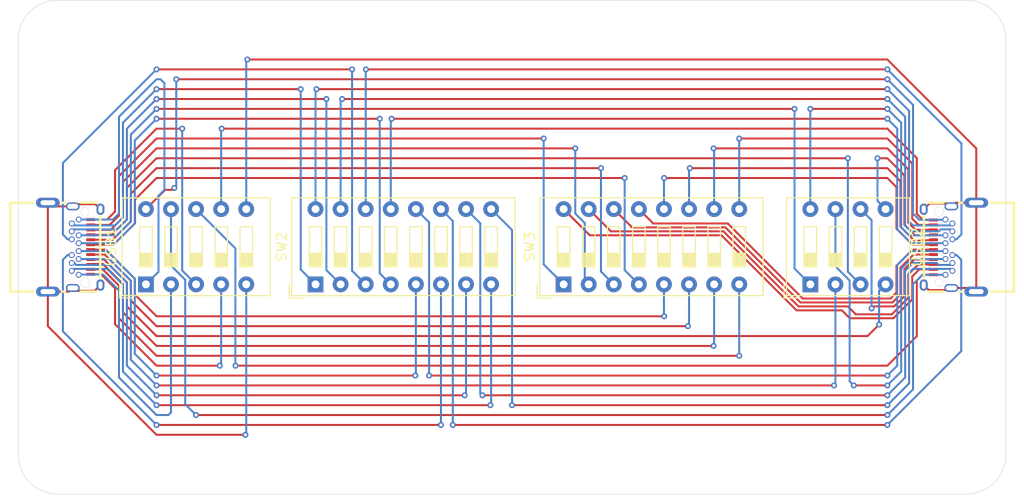
<source format=kicad_pcb>
(kicad_pcb (version 20240108) (generator "pcbnew") (generator_version "8.0")
  (layers (0 "F.Cu" signal) (31 "B.Cu" signal) (34 "B.Paste" user) (35 "F.Paste" user) (36 "B.SilkS" user "B.Silkscreen") (37 "F.SilkS" user "F.Silkscreen") (38 "B.Mask" user) (39 "F.Mask" user) (44 "Edge.Cuts" user))
  (net 0 "")
  (net 1 "Net-(SW1-Pad1)")
  (net 2 "Net-(SW1-Pad7)")
  (net 3 "Net-(SW1-Pad3)")
  (net 4 "Net-(SW1-Pad4)")
  (net 5 "Net-(SW1-Pad8)")
  (net 6 "Net-(SW1-Pad6)")
  (net 7 "Net-(SW1-Pad5)")
  (net 8 "Net-(SW1-Pad2)")
  (net 9 "Net-(USB2-SSTXn2)")
  (net 10 "Net-(USB1-DN2)")
  (net 11 "Net-(USB1-SSTXn2)")
  (net 12 "Net-(USB1-CC2)")
  (net 13 "Net-(USB1-SSTXp2)")
  (net 14 "Net-(USB2-DP2)")
  (net 15 "Net-(USB2-SSRXn1)")
  (net 16 "Net-(USB1-SUB2)")
  (net 17 "Net-(USB2-SUB2)")
  (net 18 "Net-(USB1-SSRXn1)")
  (net 19 "Net-(USB2-SSRXp1)")
  (net 20 "Net-(USB2-SSTXp2)")
  (net 21 "Net-(USB1-DP2)")
  (net 22 "Net-(USB2-DN2)")
  (net 23 "Net-(USB1-SSRXp1)")
  (net 24 "Net-(USB2-CC2)")
  (net 25 "Net-(USB1-SSTXP1)")
  (net 26 "Net-(USB2-SSRXn2)")
  (net 27 "Net-(USB2-SUB1)")
  (net 28 "Net-(USB2-DP1)")
  (net 29 "Net-(USB1-DP1)")
  (net 30 "Net-(USB1-DN1)")
  (net 31 "Net-(USB1-SSRXn2)")
  (net 32 "Net-(USB1-SUB1)")
  (net 33 "Net-(USB2-DN1)")
  (net 34 "Net-(USB1-CC1)")
  (net 35 "Net-(USB2-SSRXp2)")
  (net 36 "Net-(USB1-SSRXp2)")
  (net 37 "Net-(USB2-CC1)")
  (net 38 "Net-(USB2-SSTXn1)")
  (net 39 "Net-(USB2-SSTXP1)")
  (net 40 "Net-(USB1-SSTXn1)")
  (net 41 "Net-(SW4-Pad2)")
  (net 42 "Net-(SW4-Pad10)")
  (net 43 "Net-(SW4-Pad7)")
  (net 44 "Net-(SW4-Pad6)")
  (net 45 "Net-(SW4-Pad8)")
  (net 46 "Net-(SW4-Pad4)")
  (net 47 "Net-(SW4-Pad5)")
  (net 48 "Net-(SW4-Pad3)")
  (net 49 "Net-(SW4-Pad1)")
  (net 50 "Net-(SW4-Pad9)")
  (footprint "MountingHole:MountingHole_3.2mm_M3" (layer "F.Cu") (at 104 146)
    (property "Reference" "H4" (hide yes))
    (property "Value" "MountingHole")
  )
  (footprint "MountingHole:MountingHole_3.2mm_M3" (layer "F.Cu") (at 104 104)
    (property "Reference" "H1" (hide yes))
    (property "Value" "MountingHole")
  )
  (footprint "Button_Switch_THT:SW_DIP_SPSTx05_Slide_9.78x14.88mm_W7.62mm_P2.54mm" (layer "F.Cu") (at 112.925 128.7675 90)
    (property "Reference" "SW4" (hide yes))
    (property "Value" "SW_DIP_x05")
  )
  (footprint "easyeda2kicad:USB-C-SMD_UT11113-11602-7H" (layer "F.Cu") (at 105.66 125 -90)
    (property "Reference" "USB1")
    (property "Value" "UT11113-11602-7H")
  )
  (footprint "MountingHole:MountingHole_3.2mm_M3" (layer "F.Cu") (at 196 146)
    (property "Reference" "H3" (hide yes))
    (property "Value" "MountingHole")
  )
  (footprint "Button_Switch_THT:SW_DIP_SPSTx08_Slide_9.78x22.5mm_W7.62mm_P2.54mm" (layer "F.Cu") (at 130.1 128.7675 90)
    (property "Reference" "SW2")
    (property "Value" "SW_DIP_x08" (hide yes))
  )
  (footprint "Button_Switch_THT:SW_DIP_SPSTx04_Slide_9.78x12.34mm_W7.62mm_P2.54mm" (layer "F.Cu") (at 180.2 128.7675 90)
    (property "Reference" "SW1" (hide yes))
    (property "Value" "SW_DIP_x04" (hide yes))
  )
  (footprint "MountingHole:MountingHole_3.2mm_M3" (layer "F.Cu") (at 196 104)
    (property "Reference" "H2" (hide yes))
    (property "Value" "MountingHole")
  )
  (footprint "easyeda2kicad:USB-C-SMD_UT11113-11602-7H" (layer "F.Cu") (at 194.34 125 90)
    (property "Reference" "USB2")
    (property "Value" "UT11113-11602-7H")
  )
  (footprint "Button_Switch_THT:SW_DIP_SPSTx08_Slide_9.78x22.5mm_W7.62mm_P2.54mm" (layer "F.Cu") (at 155.22 128.7675 90)
    (property "Reference" "SW3")
    (property "Value" "SW_DIP_x08" (hide yes))
  )
  (gr_line (start 100 104) (end 100 146) (stroke (width 0.05)) (layer "Edge.Cuts"))
  (gr_arc (start 200 146) (mid 198.828427 148.828427) (end 196 150) (stroke (width 0.05)) (layer "Edge.Cuts"))
  (gr_arc (start 100 104) (mid 101.171573 101.171573) (end 104 100) (stroke (width 0.05)) (layer "Edge.Cuts"))
  (gr_line (start 196 100) (end 104 100) (stroke (width 0.05)) (layer "Edge.Cuts"))
  (gr_line (start 104 150) (end 196 150) (stroke (width 0.05)) (layer "Edge.Cuts"))
  (gr_arc (start 196 100) (mid 198.828427 101.171573) (end 200 104) (stroke (width 0.05)) (layer "Edge.Cuts"))
  (gr_arc (start 104 150) (mid 101.171573 148.828427) (end 100 146) (stroke (width 0.05)) (layer "Edge.Cuts"))
  (gr_line (start 200 146) (end 200 104) (stroke (width 0.05)) (layer "Edge.Cuts"))
  (segment (start 114 111) (end 178.6 111) (width 0.2) (layer "F.Cu") (net 1))
  (via (at 178.6 111) (size 0.6) (drill 0.3) (layers "F.Cu" "B.Cu") (net 1))
  (via (at 114 111) (size 0.6) (drill 0.3) (layers "F.Cu" "B.Cu") (net 1))
  (segment (start 111.4 113.6) (end 114 111) (width 0.2) (layer "B.Cu") (net 1))
  (segment (start 111.4 122.4) (end 111.4 113.6) (width 0.2) (layer "B.Cu") (net 1))
  (segment (start 178.6 111) (end 178.6 127.1675) (width 0.2) (layer "B.Cu") (net 1))
  (segment (start 106.12 123.8) (end 110 123.8) (width 0.2) (layer "B.Cu") (net 1))
  (segment (start 178.6 127.1675) (end 180.2 128.7675) (width 0.2) (layer "B.Cu") (net 1))
  (segment (start 110 123.8) (end 111.4 122.4) (width 0.2) (layer "B.Cu") (net 1))
  (segment (start 188 139) (end 184.6 139) (width 0.2) (layer "F.Cu") (net 2))
  (via (at 188 139) (size 0.6) (drill 0.3) (layers "F.Cu" "B.Cu") (net 2))
  (via (at 184.6 139) (size 0.6) (drill 0.3) (layers "F.Cu" "B.Cu") (net 2))
  (segment (start 193.88 126.2) (end 190.4 126.2) (width 0.2) (layer "B.Cu") (net 2))
  (segment (start 184.18 138.58) (end 184.18 128.38) (width 0.2) (layer "B.Cu") (net 2))
  (segment (start 182.74 126.94) (end 182.74 121.1475) (width 0.2) (layer "B.Cu") (net 2))
  (segment (start 190.4 126.2) (end 189.4 127.2) (width 0.2) (layer "B.Cu") (net 2))
  (segment (start 189.4 127.2) (end 189.4 137.6) (width 0.2) (layer "B.Cu") (net 2))
  (segment (start 184.18 128.38) (end 182.74 126.94) (width 0.2) (layer "B.Cu") (net 2))
  (segment (start 189.4 137.6) (end 188 139) (width 0.2) (layer "B.Cu") (net 2))
  (segment (start 184.6 139) (end 184.18 138.58) (width 0.2) (layer "B.Cu") (net 2))
  (segment (start 111 122.2) (end 111 119) (width 0.2) (layer "F.Cu") (net 3))
  (segment (start 111 119) (end 114 116) (width 0.2) (layer "F.Cu") (net 3))
  (segment (start 114 116) (end 184 116) (width 0.2) (layer "F.Cu") (net 3))
  (segment (start 107.33 123.75) (end 109.45 123.75) (width 0.2) (layer "F.Cu") (net 3))
  (segment (start 109.45 123.75) (end 111 122.2) (width 0.2) (layer "F.Cu") (net 3))
  (via (at 184 116) (size 0.6) (drill 0.3) (layers "F.Cu" "B.Cu") (net 3))
  (segment (start 184 116) (end 184 127.4875) (width 0.2) (layer "B.Cu") (net 3))
  (segment (start 184 127.4875) (end 185.28 128.7675) (width 0.2) (layer "B.Cu") (net 3))
  (segment (start 111 131) (end 114 134) (width 0.2) (layer "F.Cu") (net 4))
  (segment (start 108.684314 126.25) (end 111 128.565686) (width 0.2) (layer "F.Cu") (net 4))
  (segment (start 107.33 126.25) (end 108.684314 126.25) (width 0.2) (layer "F.Cu") (net 4))
  (segment (start 114 134) (end 186 134) (width 0.2) (layer "F.Cu") (net 4))
  (segment (start 186 134) (end 187.163603 132.836397) (width 0.2) (layer "F.Cu") (net 4))
  (segment (start 111 128.565686) (end 111 131) (width 0.2) (layer "F.Cu") (net 4))
  (via (at 187.163603 132.836397) (size 0.6) (drill 0.3) (layers "F.Cu" "B.Cu") (net 4))
  (segment (start 187.163603 129.423897) (end 187.82 128.7675) (width 0.2) (layer "B.Cu") (net 4))
  (segment (start 187.163603 132.836397) (end 187.163603 129.423897) (width 0.2) (layer "B.Cu") (net 4))
  (segment (start 188 111) (end 180.2 111) (width 0.2) (layer "F.Cu") (net 5))
  (via (at 180.2 111) (size 0.6) (drill 0.3) (layers "F.Cu" "B.Cu") (net 5))
  (via (at 188 111) (size 0.6) (drill 0.3) (layers "F.Cu" "B.Cu") (net 5))
  (segment (start 190.2 123.8) (end 189.4 123) (width 0.2) (layer "B.Cu") (net 5))
  (segment (start 189.4 123) (end 189.4 112.4) (width 0.2) (layer "B.Cu") (net 5))
  (segment (start 193.88 123.8) (end 190.2 123.8) (width 0.2) (layer "B.Cu") (net 5))
  (segment (start 189.4 112.4) (end 188 111) (width 0.2) (layer "B.Cu") (net 5))
  (segment (start 180.2 111) (end 180.2 121.1475) (width 0.2) (layer "B.Cu") (net 5))
  (segment (start 192.67 126.25) (end 190.715686 126.25) (width 0.2) (layer "F.Cu") (net 6))
  (segment (start 188.685686 131) (end 186.6 131) (width 0.2) (layer "F.Cu") (net 6))
  (segment (start 189.72 129.6) (end 189.72 129.965686) (width 0.2) (layer "F.Cu") (net 6))
  (segment (start 186.6 131) (end 186.4 131.2) (width 0.2) (layer "F.Cu") (net 6))
  (segment (start 189.72 127.245686) (end 189.72 129.6) (width 0.2) (layer "F.Cu") (net 6))
  (segment (start 190.715686 126.25) (end 189.72 127.245686) (width 0.2) (layer "F.Cu") (net 6))
  (segment (start 189.72 129.965686) (end 188.685686 131) (width 0.2) (layer "F.Cu") (net 6))
  (via (at 186.4 131.2) (size 0.6) (drill 0.3) (layers "F.Cu" "B.Cu") (net 6))
  (segment (start 186.4 131.2) (end 186.4 122.2675) (width 0.2) (layer "B.Cu") (net 6))
  (segment (start 186.4 122.2675) (end 185.28 121.1475) (width 0.2) (layer "B.Cu") (net 6))
  (segment (start 189.72 117.72) (end 188 116) (width 0.2) (layer "F.Cu") (net 7))
  (segment (start 192.62 123.8) (end 190.8 123.8) (width 0.2) (layer "F.Cu") (net 7))
  (segment (start 189.72 122.72) (end 189.72 117.72) (width 0.2) (layer "F.Cu") (net 7))
  (segment (start 188 116) (end 187 116) (width 0.2) (layer "F.Cu") (net 7))
  (segment (start 192.67 123.75) (end 192.62 123.8) (width 0.2) (layer "F.Cu") (net 7))
  (segment (start 190.8 123.8) (end 189.72 122.72) (width 0.2) (layer "F.Cu") (net 7))
  (via (at 187 116) (size 0.6) (drill 0.3) (layers "F.Cu" "B.Cu") (net 7))
  (segment (start 187 120.3275) (end 187.82 121.1475) (width 0.2) (layer "B.Cu") (net 7))
  (segment (start 187 116) (end 187 120.3275) (width 0.2) (layer "B.Cu") (net 7))
  (segment (start 114 139) (end 182.6 139) (width 0.2) (layer "F.Cu") (net 8))
  (via (at 182.6 139) (size 0.6) (drill 0.3) (layers "F.Cu" "B.Cu") (net 8))
  (via (at 114 139) (size 0.6) (drill 0.3) (layers "F.Cu" "B.Cu") (net 8))
  (segment (start 109.2 126.2) (end 111.4 128.4) (width 0.2) (layer "B.Cu") (net 8))
  (segment (start 111.4 128.4) (end 111.4 136.4) (width 0.2) (layer "B.Cu") (net 8))
  (segment (start 106.12 126.2) (end 109.2 126.2) (width 0.2) (layer "B.Cu") (net 8))
  (segment (start 111.4 136.4) (end 114 139) (width 0.2) (layer "B.Cu") (net 8))
  (segment (start 182.6 139) (end 182.74 138.86) (width 0.2) (layer "B.Cu") (net 8))
  (segment (start 182.74 138.86) (end 182.74 128.7675) (width 0.2) (layer "B.Cu") (net 8))
  (segment (start 188 110) (end 132.8 110) (width 0.2) (layer "F.Cu") (net 9))
  (via (at 132.8 110) (size 0.6) (drill 0.3) (layers "F.Cu" "B.Cu") (net 9))
  (via (at 188 110) (size 0.6) (drill 0.3) (layers "F.Cu" "B.Cu") (net 9))
  (segment (start 189.8 111.8) (end 188 110) (width 0.2) (layer "B.Cu") (net 9))
  (segment (start 132.8 110) (end 132.64 110.16) (width 0.2) (layer "B.Cu") (net 9))
  (segment (start 193.4 123.2) (end 193.2 123.4) (width 0.2) (layer "B.Cu") (net 9))
  (segment (start 194.58 123.4) (end 194.38 123.2) (width 0.2) (layer "B.Cu") (net 9))
  (segment (start 194.38 123.2) (end 193.4 123.2) (width 0.2) (layer "B.Cu") (net 9))
  (segment (start 132.64 110.16) (end 132.64 121.1475) (width 0.2) (layer "B.Cu") (net 9))
  (segment (start 189.8 122.8) (end 189.8 122.2) (width 0.2) (layer "B.Cu") (net 9))
  (segment (start 190.4 123.4) (end 189.8 122.8) (width 0.2) (layer "B.Cu") (net 9))
  (segment (start 193.2 123.4) (end 190.4 123.4) (width 0.2) (layer "B.Cu") (net 9))
  (segment (start 189.8 122.2) (end 189.8 111.8) (width 0.2) (layer "B.Cu") (net 9))
  (segment (start 114 112) (end 136.6 112) (width 0.2) (layer "F.Cu") (net 10))
  (via (at 114 112) (size 0.6) (drill 0.3) (layers "F.Cu" "B.Cu") (net 10))
  (via (at 136.6 112) (size 0.6) (drill 0.3) (layers "F.Cu" "B.Cu") (net 10))
  (segment (start 111.8 122.6) (end 111.8 114.2) (width 0.2) (layer "B.Cu") (net 10))
  (segment (start 109.8 124.6) (end 111.8 122.6) (width 0.2) (layer "B.Cu") (net 10))
  (segment (start 111.8 114.2) (end 114 112) (width 0.2) (layer "B.Cu") (net 10))
  (segment (start 106.12 124.6) (end 109.8 124.6) (width 0.2) (layer "B.Cu") (net 10))
  (segment (start 136.6 127.6475) (end 137.72 128.7675) (width 0.2) (layer "B.Cu") (net 10))
  (segment (start 136.6 112) (end 136.6 127.6475) (width 0.2) (layer "B.Cu") (net 10))
  (segment (start 114 140) (end 145.2 140) (width 0.2) (layer "F.Cu") (net 11))
  (via (at 114 140) (size 0.6) (drill 0.3) (layers "F.Cu" "B.Cu") (net 11))
  (via (at 145.2 140) (size 0.6) (drill 0.3) (layers "F.Cu" "B.Cu") (net 11))
  (segment (start 111 128.6) (end 111 135.8) (width 0.2) (layer "B.Cu") (net 11))
  (segment (start 145.2 140) (end 145.34 139.86) (width 0.2) (layer "B.Cu") (net 11))
  (segment (start 109.2 126.8) (end 111 128.6) (width 0.2) (layer "B.Cu") (net 11))
  (segment (start 105.42 126.6) (end 105.671471 126.6) (width 0.2) (layer "B.Cu") (net 11))
  (segment (start 111 135.8) (end 111 137) (width 0.2) (layer "B.Cu") (net 11))
  (segment (start 105.871471 126.8) (end 109.2 126.8) (width 0.2) (layer "B.Cu") (net 11))
  (segment (start 111 137) (end 114 140) (width 0.2) (layer "B.Cu") (net 11))
  (segment (start 105.671471 126.6) (end 105.871471 126.8) (width 0.2) (layer "B.Cu") (net 11))
  (segment (start 145.34 139.86) (end 145.34 128.7675) (width 0.2) (layer "B.Cu") (net 11))
  (segment (start 114 143) (end 142.8 143) (width 0.2) (layer "F.Cu") (net 12))
  (via (at 142.8 143) (size 0.6) (drill 0.3) (layers "F.Cu" "B.Cu") (net 12))
  (via (at 114 143) (size 0.6) (drill 0.3) (layers "F.Cu" "B.Cu") (net 12))
  (segment (start 105.42 125.8) (end 104.995736 125.8) (width 0.2) (layer "B.Cu") (net 12))
  (segment (start 104.995736 125.8) (end 104.52 126.275736) (width 0.2) (layer "B.Cu") (net 12))
  (segment (start 104.52 126.275736) (end 104.52 133.52) (width 0.2) (layer "B.Cu") (net 12))
  (segment (start 142.8 143) (end 142.8 128.7675) (width 0.2) (layer "B.Cu") (net 12))
  (segment (start 104.52 133.52) (end 114 143) (width 0.2) (layer "B.Cu") (net 12))
  (segment (start 114 141) (end 147.8 141) (width 0.2) (layer "F.Cu") (net 13))
  (via (at 147.8 141) (size 0.6) (drill 0.3) (layers "F.Cu" "B.Cu") (net 13))
  (via (at 114 141) (size 0.6) (drill 0.3) (layers "F.Cu" "B.Cu") (net 13))
  (segment (start 109 127.2) (end 110.6 128.8) (width 0.2) (layer "B.Cu") (net 13))
  (segment (start 147.88 140.92) (end 147.88 128.7675) (width 0.2) (layer "B.Cu") (net 13))
  (segment (start 110.6 137.6) (end 114 141) (width 0.2) (layer "B.Cu") (net 13))
  (segment (start 105.62 127.2) (end 109 127.2) (width 0.2) (layer "B.Cu") (net 13))
  (segment (start 110.6 128.8) (end 110.6 137.6) (width 0.2) (layer "B.Cu") (net 13))
  (segment (start 147.8 141) (end 147.88 140.92) (width 0.2) (layer "B.Cu") (net 13))
  (segment (start 105.42 127.4) (end 105.62 127.2) (width 0.2) (layer "B.Cu") (net 13))
  (segment (start 188 112) (end 137.8 112) (width 0.2) (layer "F.Cu") (net 14))
  (via (at 188 112) (size 0.6) (drill 0.3) (layers "F.Cu" "B.Cu") (net 14))
  (via (at 137.8 112) (size 0.6) (drill 0.3) (layers "F.Cu" "B.Cu") (net 14))
  (segment (start 190.4 124.6) (end 189 123.2) (width 0.2) (layer "B.Cu") (net 14))
  (segment (start 187.848529 112) (end 187.8 112) (width 0.2) (layer "B.Cu") (net 14))
  (segment (start 189 123.2) (end 189 113) (width 0.2) (layer "B.Cu") (net 14))
  (segment (start 189 113) (end 188 112) (width 0.2) (layer "B.Cu") (net 14))
  (segment (start 193.88 124.6) (end 190.4 124.6) (width 0.2) (layer "B.Cu") (net 14))
  (segment (start 137.8 112) (end 137.72 112.08) (width 0.2) (layer "B.Cu") (net 14))
  (segment (start 137.72 112.08) (end 137.72 121.1475) (width 0.2) (layer "B.Cu") (net 14))
  (segment (start 188 140) (end 147 140) (width 0.2) (layer "F.Cu") (net 15))
  (via (at 147 140) (size 0.6) (drill 0.3) (layers "F.Cu" "B.Cu") (net 15))
  (via (at 188 140) (size 0.6) (drill 0.3) (layers "F.Cu" "B.Cu") (net 15))
  (segment (start 146.78 139.78) (end 146.78 122.5875) (width 0.2) (layer "B.Cu") (net 15))
  (segment (start 190.6 126.6) (end 189.8 127.4) (width 0.2) (layer "B.Cu") (net 15))
  (segment (start 193.2 126.8) (end 193 126.6) (width 0.2) (layer "B.Cu") (net 15))
  (segment (start 147 140) (end 146.78 139.78) (width 0.2) (layer "B.Cu") (net 15))
  (segment (start 194.38 126.8) (end 193.2 126.8) (width 0.2) (layer "B.Cu") (net 15))
  (segment (start 194.58 126.6) (end 194.38 126.8) (width 0.2) (layer "B.Cu") (net 15))
  (segment (start 146.78 122.5875) (end 145.34 121.1475) (width 0.2) (layer "B.Cu") (net 15))
  (segment (start 189.8 138.2) (end 188 140) (width 0.2) (layer "B.Cu") (net 15))
  (segment (start 193 126.6) (end 190.6 126.6) (width 0.2) (layer "B.Cu") (net 15))
  (segment (start 189.8 127.4) (end 189.8 138.2) (width 0.2) (layer "B.Cu") (net 15))
  (segment (start 114 107) (end 133.8 107) (width 0.2) (layer "F.Cu") (net 16))
  (via (at 114 107) (size 0.6) (drill 0.3) (layers "F.Cu" "B.Cu") (net 16))
  (via (at 133.8 107) (size 0.6) (drill 0.3) (layers "F.Cu" "B.Cu") (net 16))
  (segment (start 104.52 116.48) (end 114 107) (width 0.2) (layer "B.Cu") (net 16))
  (segment (start 133.8 127.3875) (end 135.18 128.7675) (width 0.2) (layer "B.Cu") (net 16))
  (segment (start 133.8 107) (end 133.8 127.3875) (width 0.2) (layer "B.Cu") (net 16))
  (segment (start 104.995736 124.2) (end 104.52 123.724264) (width 0.2) (layer "B.Cu") (net 16))
  (segment (start 104.52 123.724264) (end 104.52 116.48) (width 0.2) (layer "B.Cu") (net 16))
  (segment (start 105.42 124.2) (end 104.995736 124.2) (width 0.2) (layer "B.Cu") (net 16))
  (segment (start 144 143) (end 188 143) (width 0.2) (layer "F.Cu") (net 17))
  (via (at 144 143) (size 0.6) (drill 0.3) (layers "F.Cu" "B.Cu") (net 17))
  (via (at 188 143) (size 0.6) (drill 0.3) (layers "F.Cu" "B.Cu") (net 17))
  (segment (start 194.58 125.8) (end 195.004264 125.8) (width 0.2) (layer "B.Cu") (net 17))
  (segment (start 144 143) (end 144 122.3475) (width 0.2) (layer "B.Cu") (net 17))
  (segment (start 144 122.3475) (end 142.8 121.1475) (width 0.2) (layer "B.Cu") (net 17))
  (segment (start 195.004264 125.8) (end 195.48 126.275736) (width 0.2) (layer "B.Cu") (net 17))
  (segment (start 195.48 126.275736) (end 195.48 135.52) (width 0.2) (layer "B.Cu") (net 17))
  (segment (start 195.48 135.52) (end 188 143) (width 0.2) (layer "B.Cu") (net 17))
  (segment (start 114 110) (end 131.2 110) (width 0.2) (layer "F.Cu") (net 18))
  (via (at 114 110) (size 0.6) (drill 0.3) (layers "F.Cu" "B.Cu") (net 18))
  (via (at 131.2 110) (size 0.6) (drill 0.3) (layers "F.Cu" "B.Cu") (net 18))
  (segment (start 110 123.2) (end 111 122.2) (width 0.2) (layer "B.Cu") (net 18))
  (segment (start 131.2 110) (end 131.2 127.3275) (width 0.2) (layer "B.Cu") (net 18))
  (segment (start 109.4 123.2) (end 110 123.2) (width 0.2) (layer "B.Cu") (net 18))
  (segment (start 111 122.2) (end 111 113) (width 0.2) (layer "B.Cu") (net 18))
  (segment (start 111 113) (end 114 110) (width 0.2) (layer "B.Cu") (net 18))
  (segment (start 131.2 127.3275) (end 132.64 128.7675) (width 0.2) (layer "B.Cu") (net 18))
  (segment (start 105.42 123.4) (end 105.62 123.2) (width 0.2) (layer "B.Cu") (net 18))
  (segment (start 105.62 123.2) (end 109.4 123.2) (width 0.2) (layer "B.Cu") (net 18))
  (segment (start 188 141) (end 150 141) (width 0.2) (layer "F.Cu") (net 19))
  (via (at 150 141) (size 0.6) (drill 0.3) (layers "F.Cu" "B.Cu") (net 19))
  (via (at 188 141) (size 0.6) (drill 0.3) (layers "F.Cu" "B.Cu") (net 19))
  (segment (start 194.58 127.4) (end 194.38 127.2) (width 0.2) (layer "B.Cu") (net 19))
  (segment (start 150 123.2675) (end 147.88 121.1475) (width 0.2) (layer "B.Cu") (net 19))
  (segment (start 190.2 127.6) (end 190.2 138.8) (width 0.2) (layer "B.Cu") (net 19))
  (segment (start 150 141) (end 150 123.2675) (width 0.2) (layer "B.Cu") (net 19))
  (segment (start 190.6 127.2) (end 190.2 127.6) (width 0.2) (layer "B.Cu") (net 19))
  (segment (start 190.2 138.8) (end 188 141) (width 0.2) (layer "B.Cu") (net 19))
  (segment (start 194.38 127.2) (end 190.6 127.2) (width 0.2) (layer "B.Cu") (net 19))
  (segment (start 188 109) (end 130.2 109) (width 0.2) (layer "F.Cu") (net 20))
  (via (at 188 109) (size 0.6) (drill 0.3) (layers "F.Cu" "B.Cu") (net 20))
  (via (at 130.2 109) (size 0.6) (drill 0.3) (layers "F.Cu" "B.Cu") (net 20))
  (segment (start 190.2 111.2) (end 188 109) (width 0.2) (layer "B.Cu") (net 20))
  (segment (start 190.2 122.4) (end 190.2 111.2) (width 0.2) (layer "B.Cu") (net 20))
  (segment (start 190.6 122.8) (end 190.2 122.4) (width 0.2) (layer "B.Cu") (net 20))
  (segment (start 194.58 122.6) (end 194.38 122.8) (width 0.2) (layer "B.Cu") (net 20))
  (segment (start 130.1 109.1) (end 130.1 121.1475) (width 0.2) (layer "B.Cu") (net 20))
  (segment (start 130.2 109) (end 130.1 109.1) (width 0.2) (layer "B.Cu") (net 20))
  (segment (start 194.38 122.8) (end 190.6 122.8) (width 0.2) (layer "B.Cu") (net 20))
  (segment (start 114 138) (end 140.2 138) (width 0.2) (layer "F.Cu") (net 21))
  (via (at 140.2 138) (size 0.6) (drill 0.3) (layers "F.Cu" "B.Cu") (net 21))
  (via (at 114 138) (size 0.6) (drill 0.3) (layers "F.Cu" "B.Cu") (net 21))
  (segment (start 109 125.4) (end 111.8 128.2) (width 0.2) (layer "B.Cu") (net 21))
  (segment (start 111.8 135.8) (end 114 138) (width 0.2) (layer "B.Cu") (net 21))
  (segment (start 106.12 125.4) (end 109 125.4) (width 0.2) (layer "B.Cu") (net 21))
  (segment (start 140.26 137.94) (end 140.26 128.7675) (width 0.2) (layer "B.Cu") (net 21))
  (segment (start 140.2 138) (end 140.26 137.94) (width 0.2) (layer "B.Cu") (net 21))
  (segment (start 111.8 128.2) (end 111.8 135.8) (width 0.2) (layer "B.Cu") (net 21))
  (segment (start 188 138) (end 141.6 138) (width 0.2) (layer "F.Cu") (net 22))
  (via (at 188 138) (size 0.6) (drill 0.3) (layers "F.Cu" "B.Cu") (net 22))
  (via (at 141.6 138) (size 0.6) (drill 0.3) (layers "F.Cu" "B.Cu") (net 22))
  (segment (start 189 129) (end 189 128.8) (width 0.2) (layer "B.Cu") (net 22))
  (segment (start 193.88 125.4) (end 190.4 125.4) (width 0.2) (layer "B.Cu") (net 22))
  (segment (start 141.6 122.4875) (end 140.26 121.1475) (width 0.2) (layer "B.Cu") (net 22))
  (segment (start 189 126.8) (end 189 129) (width 0.2) (layer "B.Cu") (net 22))
  (segment (start 189 128.8) (end 189 137) (width 0.2) (layer "B.Cu") (net 22))
  (segment (start 189 137) (end 188 138) (width 0.2) (layer "B.Cu") (net 22))
  (segment (start 141.6 138) (end 141.6 122.4875) (width 0.2) (layer "B.Cu") (net 22))
  (segment (start 190.4 125.4) (end 189 126.8) (width 0.2) (layer "B.Cu") (net 22))
  (segment (start 114 109) (end 128.6 109) (width 0.2) (layer "F.Cu") (net 23))
  (via (at 114 109) (size 0.6) (drill 0.3) (layers "F.Cu" "B.Cu") (net 23))
  (via (at 128.6 109) (size 0.6) (drill 0.3) (layers "F.Cu" "B.Cu") (net 23))
  (segment (start 105.62 122.8) (end 109.8 122.8) (width 0.2) (layer "B.Cu") (net 23))
  (segment (start 128.6 127.2675) (end 130.1 128.7675) (width 0.2) (layer "B.Cu") (net 23))
  (segment (start 110.6 112.4) (end 114 109) (width 0.2) (layer "B.Cu") (net 23))
  (segment (start 128.6 109) (end 128.6 127.2675) (width 0.2) (layer "B.Cu") (net 23))
  (segment (start 105.42 122.6) (end 105.62 122.8) (width 0.2) (layer "B.Cu") (net 23))
  (segment (start 109.8 122.8) (end 110.6 122) (width 0.2) (layer "B.Cu") (net 23))
  (segment (start 110.6 122) (end 110.6 112.4) (width 0.2) (layer "B.Cu") (net 23))
  (segment (start 188 107) (end 135.2 107) (width 0.2) (layer "F.Cu") (net 24))
  (via (at 188 107) (size 0.6) (drill 0.3) (layers "F.Cu" "B.Cu") (net 24))
  (via (at 135.2 107) (size 0.6) (drill 0.3) (layers "F.Cu" "B.Cu") (net 24))
  (segment (start 195.5 123.704264) (end 195.5 114.5) (width 0.2) (layer "B.Cu") (net 24))
  (segment (start 194.58 124.2) (end 195.004264 124.2) (width 0.2) (layer "B.Cu") (net 24))
  (segment (start 195.5 114.5) (end 188 107) (width 0.2) (layer "B.Cu") (net 24))
  (segment (start 195.004264 124.2) (end 195.5 123.704264) (width 0.2) (layer "B.Cu") (net 24))
  (segment (start 135.18 107.02) (end 135.18 121.1475) (width 0.2) (layer "B.Cu") (net 24))
  (segment (start 135.2 107) (end 135.18 107.02) (width 0.2) (layer "B.Cu") (net 24))
  (segment (start 110.2 117.8) (end 114 114) (width 0.2) (layer "F.Cu") (net 25))
  (segment (start 110.2 121.8) (end 110.2 117.8) (width 0.2) (layer "F.Cu") (net 25))
  (segment (start 114 114) (end 153.2 114) (width 0.2) (layer "F.Cu") (net 25))
  (segment (start 107.33 122.75) (end 109.25 122.75) (width 0.2) (layer "F.Cu") (net 25))
  (segment (start 109.25 122.75) (end 110.2 121.8) (width 0.2) (layer "F.Cu") (net 25))
  (via (at 153.2 114) (size 0.6) (drill 0.3) (layers "F.Cu" "B.Cu") (net 25))
  (segment (start 153.2 114) (end 153.2 126.7475) (width 0.2) (layer "B.Cu") (net 25))
  (segment (start 153.2 126.7475) (end 155.22 128.7675) (width 0.2) (layer "B.Cu") (net 25))
  (segment (start 192.67 123.25) (end 190.85 123.25) (width 0.2) (layer "F.Cu") (net 26))
  (segment (start 190.85 123.25) (end 190.12 122.52) (width 0.2) (layer "F.Cu") (net 26))
  (segment (start 190.12 117.12) (end 188 115) (width 0.2) (layer "F.Cu") (net 26))
  (segment (start 190.12 122.52) (end 190.12 117.12) (width 0.2) (layer "F.Cu") (net 26))
  (segment (start 188 115) (end 170.4 115) (width 0.2) (layer "F.Cu") (net 26))
  (via (at 170.4 115) (size 0.6) (drill 0.3) (layers "F.Cu" "B.Cu") (net 26))
  (segment (start 170.4 115) (end 170.46 115.06) (width 0.2) (layer "B.Cu") (net 26))
  (segment (start 170.46 115.06) (end 170.46 121.1475) (width 0.2) (layer "B.Cu") (net 26))
  (segment (start 189.32 118.32) (end 188 117) (width 0.2) (layer "F.Cu") (net 27))
  (segment (start 192.67 124.25) (end 192.62 124.3) (width 0.2) (layer "F.Cu") (net 27))
  (segment (start 188 117) (end 168 117) (width 0.2) (layer "F.Cu") (net 27))
  (segment (start 192.62 124.3) (end 190.7 124.3) (width 0.2) (layer "F.Cu") (net 27))
  (segment (start 189.32 122.92) (end 189.32 118.32) (width 0.2) (layer "F.Cu") (net 27))
  (segment (start 190.7 124.3) (end 189.32 122.92) (width 0.2) (layer "F.Cu") (net 27))
  (via (at 168 117) (size 0.6) (drill 0.3) (layers "F.Cu" "B.Cu") (net 27))
  (segment (start 168 117) (end 167.92 117.08) (width 0.2) (layer "B.Cu") (net 27))
  (segment (start 167.92 117.08) (end 167.92 121.1475) (width 0.2) (layer "B.Cu") (net 27))
  (segment (start 179.4325 130.2) (end 188.32 130.2) (width 0.2) (layer "F.Cu") (net 28))
  (segment (start 164.2925 122.6) (end 171.8325 122.6) (width 0.2) (layer "F.Cu") (net 28))
  (segment (start 188.92 129.6) (end 188.92 126.88) (width 0.2) (layer "F.Cu") (net 28))
  (segment (start 188.32 130.2) (end 188.92 129.6) (width 0.2) (layer "F.Cu") (net 28))
  (segment (start 190.55 125.25) (end 192.67 125.25) (width 0.2) (layer "F.Cu") (net 28))
  (segment (start 188.92 126.88) (end 190.55 125.25) (width 0.2) (layer "F.Cu") (net 28))
  (segment (start 162.84 121.1475) (end 164.2925 122.6) (width 0.2) (layer "F.Cu") (net 28))
  (segment (start 171.8325 122.6) (end 179.4325 130.2) (width 0.2) (layer "F.Cu") (net 28))
  (segment (start 111.825 120.175) (end 114 118) (width 0.2) (layer "F.Cu") (net 29))
  (segment (start 114 118) (end 161.4 118) (width 0.2) (layer "F.Cu") (net 29))
  (segment (start 109.65 124.75) (end 111.825 122.575) (width 0.2) (layer "F.Cu") (net 29))
  (segment (start 107.33 124.75) (end 109.65 124.75) (width 0.2) (layer "F.Cu") (net 29))
  (segment (start 111.825 122.575) (end 111.825 120.175) (width 0.2) (layer "F.Cu") (net 29))
  (via (at 161.4 118) (size 0.6) (drill 0.3) (layers "F.Cu" "B.Cu") (net 29))
  (segment (start 161.4 118) (end 161.4 127.3275) (width 0.2) (layer "B.Cu") (net 29))
  (segment (start 161.4 127.3275) (end 162.84 128.7675) (width 0.2) (layer "B.Cu") (net 29))
  (segment (start 111.8 129.8) (end 111.8 128.2) (width 0.2) (layer "F.Cu") (net 30))
  (segment (start 114 132) (end 111.8 129.8) (width 0.2) (layer "F.Cu") (net 30))
  (segment (start 111.8 128.2) (end 108.85 125.25) (width 0.2) (layer "F.Cu") (net 30))
  (segment (start 108.85 125.25) (end 107.33 125.25) (width 0.2) (layer "F.Cu") (net 30))
  (segment (start 114 132) (end 165.4 132) (width 0.2) (layer "F.Cu") (net 30))
  (via (at 165.4 132) (size 0.6) (drill 0.3) (layers "F.Cu" "B.Cu") (net 30))
  (segment (start 165.38 131.98) (end 165.38 128.7675) (width 0.2) (layer "B.Cu") (net 30))
  (segment (start 165.4 132) (end 165.38 131.98) (width 0.2) (layer "B.Cu") (net 30))
  (segment (start 107.38 126.7) (end 108.568628 126.7) (width 0.2) (layer "F.Cu") (net 31))
  (segment (start 114 135) (end 170.4 135) (width 0.2) (layer "F.Cu") (net 31))
  (segment (start 110.6 128.731372) (end 110.6 131.6) (width 0.2) (layer "F.Cu") (net 31))
  (segment (start 107.33 126.75) (end 107.38 126.7) (width 0.2) (layer "F.Cu") (net 31))
  (segment (start 108.568628 126.7) (end 110.6 128.731372) (width 0.2) (layer "F.Cu") (net 31))
  (segment (start 110.6 131.6) (end 114 135) (width 0.2) (layer "F.Cu") (net 31))
  (via (at 170.4 135) (size 0.6) (drill 0.3) (layers "F.Cu" "B.Cu") (net 31))
  (segment (start 170.46 134.94) (end 170.46 128.7675) (width 0.2) (layer "B.Cu") (net 31))
  (segment (start 170.4 135) (end 170.46 134.94) (width 0.2) (layer "B.Cu") (net 31))
  (segment (start 111.4 130.4) (end 114 133) (width 0.2) (layer "F.Cu") (net 32))
  (segment (start 114 133) (end 167.8 133) (width 0.2) (layer "F.Cu") (net 32))
  (segment (start 111.4 128.4) (end 111.4 130.2) (width 0.2) (layer "F.Cu") (net 32))
  (segment (start 107.33 125.75) (end 108.75 125.75) (width 0.2) (layer "F.Cu") (net 32))
  (segment (start 111.4 130.2) (end 111.4 130.4) (width 0.2) (layer "F.Cu") (net 32))
  (segment (start 108.75 125.75) (end 111.4 128.4) (width 0.2) (layer "F.Cu") (net 32))
  (via (at 167.8 133) (size 0.6) (drill 0.3) (layers "F.Cu" "B.Cu") (net 32))
  (segment (start 167.8 133) (end 167.92 132.88) (width 0.2) (layer "B.Cu") (net 32))
  (segment (start 167.92 132.88) (end 167.92 128.7675) (width 0.2) (layer "B.Cu") (net 32))
  (segment (start 192.67 124.75) (end 190.55 124.75) (width 0.2) (layer "F.Cu") (net 33))
  (segment (start 188 118) (end 165.4 118) (width 0.2) (layer "F.Cu") (net 33))
  (segment (start 188.92 123.12) (end 188.92 118.92) (width 0.2) (layer "F.Cu") (net 33))
  (segment (start 188.92 118.92) (end 188 118) (width 0.2) (layer "F.Cu") (net 33))
  (segment (start 190.55 124.75) (end 188.92 123.12) (width 0.2) (layer "F.Cu") (net 33))
  (via (at 165.4 118) (size 0.6) (drill 0.3) (layers "F.Cu" "B.Cu") (net 33))
  (segment (start 165.4 118) (end 165.38 118.02) (width 0.2) (layer "B.Cu") (net 33))
  (segment (start 165.38 118.02) (end 165.38 121.1475) (width 0.2) (layer "B.Cu") (net 33))
  (segment (start 111.4 119.6) (end 114 117) (width 0.2) (layer "F.Cu") (net 34))
  (segment (start 111.4 122.4) (end 111.4 119.6) (width 0.2) (layer "F.Cu") (net 34))
  (segment (start 107.33 124.25) (end 109.55 124.25) (width 0.2) (layer "F.Cu") (net 34))
  (segment (start 114 117) (end 159 117) (width 0.2) (layer "F.Cu") (net 34))
  (segment (start 109.55 124.25) (end 111.4 122.4) (width 0.2) (layer "F.Cu") (net 34))
  (via (at 159 117) (size 0.6) (drill 0.3) (layers "F.Cu" "B.Cu") (net 34))
  (segment (start 159 127.4675) (end 160.3 128.7675) (width 0.2) (layer "B.Cu") (net 34))
  (segment (start 159 117) (end 159 127.4675) (width 0.2) (layer "B.Cu") (net 34))
  (segment (start 190.52 116.52) (end 188 114) (width 0.2) (layer "F.Cu") (net 35))
  (segment (start 192.67 122.75) (end 191.15 122.75) (width 0.2) (layer "F.Cu") (net 35))
  (segment (start 190.52 122.12) (end 190.52 116.52) (width 0.2) (layer "F.Cu") (net 35))
  (segment (start 191.15 122.75) (end 190.52 122.12) (width 0.2) (layer "F.Cu") (net 35))
  (segment (start 188 114) (end 173 114) (width 0.2) (layer "F.Cu") (net 35))
  (via (at 173 114) (size 0.6) (drill 0.3) (layers "F.Cu" "B.Cu") (net 35))
  (segment (start 173 114) (end 173 121.1475) (width 0.2) (layer "B.Cu") (net 35))
  (segment (start 110.2 132.2) (end 114 136) (width 0.2) (layer "F.Cu") (net 36))
  (segment (start 114 136) (end 173 136) (width 0.2) (layer "F.Cu") (net 36))
  (segment (start 107.33 127.25) (end 108.552942 127.25) (width 0.2) (layer "F.Cu") (net 36))
  (segment (start 110.2 128.897058) (end 110.2 132.2) (width 0.2) (layer "F.Cu") (net 36))
  (segment (start 108.552942 127.25) (end 110.2 128.897058) (width 0.2) (layer "F.Cu") (net 36))
  (via (at 173 136) (size 0.6) (drill 0.3) (layers "F.Cu" "B.Cu") (net 36))
  (segment (start 173 136) (end 173 128.7675) (width 0.2) (layer "B.Cu") (net 36))
  (segment (start 185.775736 130.6) (end 179.2 130.6) (width 0.2) (layer "F.Cu") (net 37))
  (segment (start 192.67 125.75) (end 190.65 125.75) (width 0.2) (layer "F.Cu") (net 37))
  (segment (start 185.775736 130.6) (end 188.52 130.6) (width 0.2) (layer "F.Cu") (net 37))
  (segment (start 171.6 123) (end 162.1525 123) (width 0.2) (layer "F.Cu") (net 37))
  (segment (start 189.32 127.08) (end 189.32 129.8) (width 0.2) (layer "F.Cu") (net 37))
  (segment (start 179.2 130.6) (end 171.6 123) (width 0.2) (layer "F.Cu") (net 37))
  (segment (start 188.52 130.6) (end 189.32 129.8) (width 0.2) (layer "F.Cu") (net 37))
  (segment (start 162.1525 123) (end 160.3 121.1475) (width 0.2) (layer "F.Cu") (net 37))
  (segment (start 190.65 125.75) (end 189.32 127.08) (width 0.2) (layer "F.Cu") (net 37))
  (segment (start 190.12 129.8) (end 190.12 130.131372) (width 0.2) (layer "F.Cu") (net 38))
  (segment (start 184.8 131.8) (end 184.7 131.7) (width 0.2) (layer "F.Cu") (net 38))
  (segment (start 179 131) (end 171.4 123.4) (width 0.2) (layer "F.Cu") (net 38))
  (segment (start 191.132843 126.75) (end 190.12 127.762843) (width 0.2) (layer "F.Cu") (net 38))
  (segment (start 190.12 127.762843) (end 190.12 129.8) (width 0.2) (layer "F.Cu") (net 38))
  (segment (start 192.67 126.75) (end 191.132843 126.75) (width 0.2) (layer "F.Cu") (net 38))
  (segment (start 160.0125 123.4) (end 157.76 121.1475) (width 0.2) (layer "F.Cu") (net 38))
  (segment (start 190.12 130.131372) (end 188.451372 131.8) (width 0.2) (layer "F.Cu") (net 38))
  (segment (start 184.7 131.7) (end 184 131) (width 0.2) (layer "F.Cu") (net 38))
  (segment (start 188.451372 131.8) (end 184.8 131.8) (width 0.2) (layer "F.Cu") (net 38))
  (segment (start 184 131) (end 179 131) (width 0.2) (layer "F.Cu") (net 38))
  (segment (start 171.4 123.4) (end 160.0125 123.4) (width 0.2) (layer "F.Cu") (net 38))
  (segment (start 190.52 130.297058) (end 190.52 130) (width 0.2) (layer "F.Cu") (net 39))
  (segment (start 155.22 121.1475) (end 157.8725 123.8) (width 0.2) (layer "F.Cu") (net 39))
  (segment (start 184.2 132.2) (end 188.617058 132.2) (width 0.2) (layer "F.Cu") (net 39))
  (segment (start 157.8725 123.8) (end 171.2 123.8) (width 0.2) (layer "F.Cu") (net 39))
  (segment (start 171.2 123.8) (end 178.8 131.4) (width 0.2) (layer "F.Cu") (net 39))
  (segment (start 190.52 127.962843) (end 190.52 130) (width 0.2) (layer "F.Cu") (net 39))
  (segment (start 192.67 127.25) (end 191.232843 127.25) (width 0.2) (layer "F.Cu") (net 39))
  (segment (start 183.4 131.4) (end 184.2 132.2) (width 0.2) (layer "F.Cu") (net 39))
  (segment (start 188.617058 132.2) (end 190.52 130.297058) (width 0.2) (layer "F.Cu") (net 39))
  (segment (start 178.8 131.4) (end 183.4 131.4) (width 0.2) (layer "F.Cu") (net 39))
  (segment (start 191.232843 127.25) (end 190.52 127.962843) (width 0.2) (layer "F.Cu") (net 39))
  (segment (start 109.35 123.25) (end 110.6 122) (width 0.2) (layer "F.Cu") (net 40))
  (segment (start 110.6 122) (end 110.6 118.4) (width 0.2) (layer "F.Cu") (net 40))
  (segment (start 110.6 118.4) (end 114 115) (width 0.2) (layer "F.Cu") (net 40))
  (segment (start 107.33 123.25) (end 109.35 123.25) (width 0.2) (layer "F.Cu") (net 40))
  (segment (start 114 115) (end 156.4 115) (width 0.2) (layer "F.Cu") (net 40))
  (via (at 156.4 115) (size 0.6) (drill 0.3) (layers "F.Cu" "B.Cu") (net 40))
  (segment (start 157.36 122.56) (end 157.36 128.3675) (width 0.2) (layer "B.Cu") (net 40))
  (segment (start 156.4 115) (end 156.4 121.6) (width 0.2) (layer "B.Cu") (net 40))
  (segment (start 156.4 121.6) (end 157.36 122.56) (width 0.2) (layer "B.Cu") (net 40))
  (segment (start 157.36 128.3675) (end 157.76 128.7675) (width 0.2) (layer "B.Cu") (net 40))
  (segment (start 108.575 127.775) (end 110.2 129.4) (width 0.2) (layer "B.Cu") (net 41))
  (segment (start 106.12 127.8) (end 106.2525 127.6675) (width 0.2) (layer "B.Cu") (net 41))
  (segment (start 114 142) (end 115.2 142) (width 0.2) (layer "B.Cu") (net 41))
  (segment (start 106.12 127.8) (end 106.145 127.775) (width 0.2) (layer "B.Cu") (net 41))
  (segment (start 115.2 142) (end 115.465 141.735) (width 0.2) (layer "B.Cu") (net 41))
  (segment (start 106.145 127.775) (end 108.575 127.775) (width 0.2) (layer "B.Cu") (net 41))
  (segment (start 110.2 129.4) (end 110.2 138.2) (width 0.2) (layer "B.Cu") (net 41))
  (segment (start 115.465 141.735) (end 115.465 128.7675) (width 0.2) (layer "B.Cu") (net 41))
  (segment (start 110.2 138.2) (end 114 142) (width 0.2) (layer "B.Cu") (net 41))
  (segment (start 115.8 119) (end 115.6 119.2) (width 0.2) (layer "F.Cu") (net 42))
  (segment (start 115.6 119.2) (end 114.8725 119.2) (width 0.2) (layer "F.Cu") (net 42))
  (segment (start 188 108) (end 116 108) (width 0.2) (layer "F.Cu") (net 42))
  (segment (start 114.8725 119.2) (end 112.925 121.1475) (width 0.2) (layer "F.Cu") (net 42))
  (via (at 116 108) (size 0.6) (drill 0.3) (layers "F.Cu" "B.Cu") (net 42))
  (via (at 115.8 119) (size 0.6) (drill 0.3) (layers "F.Cu" "B.Cu") (net 42))
  (via (at 188 108) (size 0.6) (drill 0.3) (layers "F.Cu" "B.Cu") (net 42))
  (segment (start 190.6 121.6) (end 190.6 110.6) (width 0.2) (layer "B.Cu") (net 42))
  (segment (start 193.855 122.225) (end 191.225 122.225) (width 0.2) (layer "B.Cu") (net 42))
  (segment (start 116 118.8) (end 115.8 119) (width 0.2) (layer "B.Cu") (net 42))
  (segment (start 116 108) (end 116 118.8) (width 0.2) (layer "B.Cu") (net 42))
  (segment (start 190.6 110.6) (end 188 108) (width 0.2) (layer "B.Cu") (net 42))
  (segment (start 193.88 122.2) (end 193.855 122.225) (width 0.2) (layer "B.Cu") (net 42))
  (segment (start 191.225 122.225) (end 190.6 121.6) (width 0.2) (layer "B.Cu") (net 42))
  (segment (start 192.67 122.25) (end 191.605051 122.25) (width 0.2) (layer "F.Cu") (net 43))
  (segment (start 190.98 121.624949) (end 190.98 115.98) (width 0.2) (layer "F.Cu") (net 43))
  (segment (start 191.605051 122.25) (end 190.98 121.624949) (width 0.2) (layer "F.Cu") (net 43))
  (segment (start 190.98 115.98) (end 188 113) (width 0.2) (layer "F.Cu") (net 43))
  (segment (start 188 113) (end 120.6 113) (width 0.2) (layer "F.Cu") (net 43))
  (via (at 120.6 113) (size 0.6) (drill 0.3) (layers "F.Cu" "B.Cu") (net 43))
  (segment (start 120.545 113.055) (end 120.545 121.1475) (width 0.2) (layer "B.Cu") (net 43))
  (segment (start 120.6 113) (end 120.545 113.055) (width 0.2) (layer "B.Cu") (net 43))
  (segment (start 197 129.5) (end 197 120.5) (width 0.2) (layer "F.Cu") (net 44))
  (segment (start 196.63 129.13) (end 197 129.5) (width 0.2) (layer "F.Cu") (net 44))
  (segment (start 194.26 129.35) (end 194.48 129.13) (width 0.2) (layer "F.Cu") (net 44))
  (segment (start 188 106) (end 123.2 106) (width 0.2) (layer "F.Cu") (net 44))
  (segment (start 194.48 120.87) (end 194.53 120.87) (width 0.2) (layer "F.Cu") (net 44))
  (segment (start 197 115) (end 188 106) (width 0.2) (layer "F.Cu") (net 44))
  (segment (start 191.68 121.16) (end 192.265 120.575) (width 0.2) (layer "F.Cu") (net 44))
  (segment (start 194.9 120.5) (end 197 120.5) (width 0.2) (layer "F.Cu") (net 44))
  (segment (start 194.53 120.87) (end 194.9 120.5) (width 0.2) (layer "F.Cu") (net 44))
  (segment (start 194.185 120.575) (end 194.48 120.87) (width 0.2) (layer "F.Cu") (net 44))
  (segment (start 197 120.5) (end 197 115) (width 0.2) (layer "F.Cu") (net 44))
  (segment (start 192.265 120.575) (end 194.185 120.575) (width 0.2) (layer "F.Cu") (net 44))
  (segment (start 192.19 129.35) (end 194.26 129.35) (width 0.2) (layer "F.Cu") (net 44))
  (segment (start 191.68 128.84) (end 192.19 129.35) (width 0.2) (layer "F.Cu") (net 44))
  (segment (start 194.48 129.13) (end 196.63 129.13) (width 0.2) (layer "F.Cu") (net 44))
  (via (at 123.2 106) (size 0.6) (drill 0.3) (layers "F.Cu" "B.Cu") (net 44))
  (segment (start 123.085 106.115) (end 123.085 121.1475) (width 0.2) (layer "B.Cu") (net 44))
  (segment (start 123.2 106) (end 123.085 106.115) (width 0.2) (layer "B.Cu") (net 44))
  (segment (start 191.565051 127.79) (end 190.98 128.375051) (width 0.2) (layer "F.Cu") (net 45))
  (segment (start 192.67 127.79) (end 191.565051 127.79) (width 0.2) (layer "F.Cu") (net 45))
  (segment (start 188 137) (end 122 137) (width 0.2) (layer "F.Cu") (net 45))
  (segment (start 190.98 134.02) (end 188 137) (width 0.2) (layer "F.Cu") (net 45))
  (segment (start 190.98 128.375051) (end 190.98 134.02) (width 0.2) (layer "F.Cu") (net 45))
  (via (at 122 137) (size 0.6) (drill 0.3) (layers "F.Cu" "B.Cu") (net 45))
  (segment (start 121.985 125.1275) (end 118.005 121.1475) (width 0.2) (layer "B.Cu") (net 45))
  (segment (start 121.985 136.985) (end 121.985 125.1275) (width 0.2) (layer "B.Cu") (net 45))
  (segment (start 122 137) (end 121.985 136.985) (width 0.2) (layer "B.Cu") (net 45))
  (segment (start 108.394949 127.75) (end 109.8 129.155051) (width 0.2) (layer "F.Cu") (net 46))
  (segment (start 109.8 132.4) (end 109.8 132.8) (width 0.2) (layer "F.Cu") (net 46))
  (segment (start 107.33 127.75) (end 108.394949 127.75) (width 0.2) (layer "F.Cu") (net 46))
  (segment (start 109.8 129.155051) (end 109.8 129.8) (width 0.2) (layer "F.Cu") (net 46))
  (segment (start 109.8 129.8) (end 109.8 132.4) (width 0.2) (layer "F.Cu") (net 46))
  (segment (start 114 137) (end 120.4 137) (width 0.2) (layer "F.Cu") (net 46))
  (segment (start 109.8 132.8) (end 114 137) (width 0.2) (layer "F.Cu") (net 46))
  (via (at 120.4 137) (size 0.6) (drill 0.3) (layers "F.Cu" "B.Cu") (net 46))
  (segment (start 120.545 136.855) (end 120.545 128.7675) (width 0.2) (layer "B.Cu") (net 46))
  (segment (start 120.4 137) (end 120.545 136.855) (width 0.2) (layer "B.Cu") (net 46))
  (segment (start 105.15 129.5) (end 105.52 129.13) (width 0.2) (layer "F.Cu") (net 47))
  (segment (start 105.52 129.13) (end 105.815 129.425) (width 0.2) (layer "F.Cu") (net 47))
  (segment (start 105.74 120.65) (end 107.81 120.65) (width 0.2) (layer "F.Cu") (net 47))
  (segment (start 103 133) (end 114 144) (width 0.2) (layer "F.Cu") (net 47))
  (segment (start 103 129.5) (end 105.15 129.5) (width 0.2) (layer "F.Cu") (net 47))
  (segment (start 105.52 120.87) (end 105.74 120.65) (width 0.2) (layer "F.Cu") (net 47))
  (segment (start 103.37 120.87) (end 103 120.5) (width 0.2) (layer "F.Cu") (net 47))
  (segment (start 114 144) (end 123 144) (width 0.2) (layer "F.Cu") (net 47))
  (segment (start 107.81 120.65) (end 108.32 121.16) (width 0.2) (layer "F.Cu") (net 47))
  (segment (start 103 129.5) (end 103 133) (width 0.2) (layer "F.Cu") (net 47))
  (segment (start 107.735 129.425) (end 108.32 128.84) (width 0.2) (layer "F.Cu") (net 47))
  (segment (start 105.815 129.425) (end 107.735 129.425) (width 0.2) (layer "F.Cu") (net 47))
  (segment (start 105.52 120.87) (end 103.37 120.87) (width 0.2) (layer "F.Cu") (net 47))
  (segment (start 103 120.5) (end 103 129.5) (width 0.2) (layer "F.Cu") (net 47))
  (via (at 123 144) (size 0.6) (drill 0.3) (layers "F.Cu" "B.Cu") (net 47))
  (segment (start 123.085 143.915) (end 123.085 128.7675) (width 0.2) (layer "B.Cu") (net 47))
  (segment (start 123 144) (end 123.085 143.915) (width 0.2) (layer "B.Cu") (net 47))
  (segment (start 105.74 120.65) (end 105.52 120.87) (width 0.2) (layer "B.Cu") (net 47))
  (segment (start 108.99 122.21) (end 109.8 121.4) (width 0.2) (layer "F.Cu") (net 48))
  (segment (start 107.33 122.21) (end 108.99 122.21) (width 0.2) (layer "F.Cu") (net 48))
  (segment (start 109.8 117.2) (end 114 113) (width 0.2) (layer "F.Cu") (net 48))
  (segment (start 114 113) (end 116.6 113) (width 0.2) (layer "F.Cu") (net 48))
  (segment (start 109.8 121.4) (end 109.8 117.2) (width 0.2) (layer "F.Cu") (net 48))
  (via (at 116.6 113) (size 0.6) (drill 0.3) (layers "F.Cu" "B.Cu") (net 48))
  (segment (start 116.6 113) (end 116.6 127.3625) (width 0.2) (layer "B.Cu") (net 48))
  (segment (start 116.6 127.3625) (end 118.005 128.7675) (width 0.2) (layer "B.Cu") (net 48))
  (segment (start 114.4 108) (end 114.8 108.4) (width 0.2) (layer "B.Cu") (net 49))
  (segment (start 110.2 121.6) (end 110.2 111.8) (width 0.2) (layer "B.Cu") (net 49))
  (segment (start 109.6 122.2) (end 110.2 121.6) (width 0.2) (layer "B.Cu") (net 49))
  (segment (start 114.2 119.8) (end 114.2 127.4925) (width 0.2) (layer "B.Cu") (net 49))
  (segment (start 114.8 119.2) (end 114.2 119.8) (width 0.2) (layer "B.Cu") (net 49))
  (segment (start 114.8 108.4) (end 114.8 119.2) (width 0.2) (layer "B.Cu") (net 49))
  (segment (start 110.2 111.8) (end 114 108) (width 0.2) (layer "B.Cu") (net 49))
  (segment (start 114.2 127.4925) (end 112.925 128.7675) (width 0.2) (layer "B.Cu") (net 49))
  (segment (start 114 108) (end 114.4 108) (width 0.2) (layer "B.Cu") (net 49))
  (segment (start 106.12 122.2) (end 109.6 122.2) (width 0.2) (layer "B.Cu") (net 49))
  (segment (start 188 142) (end 118 142) (width 0.2) (layer "F.Cu") (net 50))
  (via (at 118 142) (size 0.6) (drill 0.3) (layers "F.Cu" "B.Cu") (net 50))
  (via (at 188 142) (size 0.6) (drill 0.3) (layers "F.Cu" "B.Cu") (net 50))
  (segment (start 191.555051 127.8) (end 190.6 128.755051) (width 0.2) (layer "B.Cu") (net 50))
  (segment (start 190.6 129) (end 190.6 139.4) (width 0.2) (layer "B.Cu") (net 50))
  (segment (start 190.6 128.755051) (end 190.6 129) (width 0.2) (layer "B.Cu") (net 50))
  (segment (start 115.465 126.865) (end 115.465 121.1475) (width 0.2) (layer "B.Cu") (net 50))
  (segment (start 116.905 128.305) (end 115.465 126.865) (width 0.2) (layer "B.Cu") (net 50))
  (segment (start 118 142) (end 116.905 140.905) (width 0.2) (layer "B.Cu") (net 50))
  (segment (start 193.88 127.8) (end 191.555051 127.8) (width 0.2) (layer "B.Cu") (net 50))
  (segment (start 190.6 139.4) (end 188 142) (width 0.2) (layer "B.Cu") (net 50))
  (segment (start 116.905 140.905) (end 116.905 128.305) (width 0.2) (layer "B.Cu") (net 50))
)
</source>
